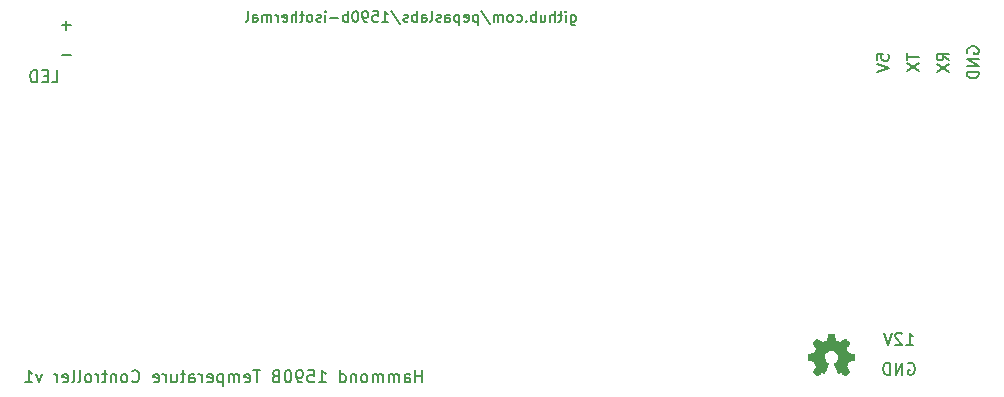
<source format=gbo>
G04 (created by PCBNEW (22-Jun-2014 BZR 4027)-stable) date Sun 11 Feb 2018 07:20:56 AM CST*
%MOIN*%
G04 Gerber Fmt 3.4, Leading zero omitted, Abs format*
%FSLAX34Y34*%
G01*
G70*
G90*
G04 APERTURE LIST*
%ADD10C,0.00590551*%
%ADD11C,0.008*%
%ADD12C,0.007*%
%ADD13C,0.0001*%
G04 APERTURE END LIST*
G54D10*
G54D11*
X59109Y-76411D02*
X59109Y-76011D01*
X59109Y-76202D02*
X58880Y-76202D01*
X58880Y-76411D02*
X58880Y-76011D01*
X58519Y-76411D02*
X58519Y-76202D01*
X58538Y-76164D01*
X58576Y-76145D01*
X58652Y-76145D01*
X58690Y-76164D01*
X58519Y-76392D02*
X58557Y-76411D01*
X58652Y-76411D01*
X58690Y-76392D01*
X58709Y-76354D01*
X58709Y-76316D01*
X58690Y-76278D01*
X58652Y-76259D01*
X58557Y-76259D01*
X58519Y-76240D01*
X58328Y-76411D02*
X58328Y-76145D01*
X58328Y-76183D02*
X58309Y-76164D01*
X58271Y-76145D01*
X58214Y-76145D01*
X58176Y-76164D01*
X58157Y-76202D01*
X58157Y-76411D01*
X58157Y-76202D02*
X58138Y-76164D01*
X58099Y-76145D01*
X58042Y-76145D01*
X58004Y-76164D01*
X57985Y-76202D01*
X57985Y-76411D01*
X57795Y-76411D02*
X57795Y-76145D01*
X57795Y-76183D02*
X57776Y-76164D01*
X57738Y-76145D01*
X57680Y-76145D01*
X57642Y-76164D01*
X57623Y-76202D01*
X57623Y-76411D01*
X57623Y-76202D02*
X57604Y-76164D01*
X57566Y-76145D01*
X57509Y-76145D01*
X57471Y-76164D01*
X57452Y-76202D01*
X57452Y-76411D01*
X57204Y-76411D02*
X57242Y-76392D01*
X57261Y-76373D01*
X57280Y-76335D01*
X57280Y-76221D01*
X57261Y-76183D01*
X57242Y-76164D01*
X57204Y-76145D01*
X57147Y-76145D01*
X57109Y-76164D01*
X57090Y-76183D01*
X57071Y-76221D01*
X57071Y-76335D01*
X57090Y-76373D01*
X57109Y-76392D01*
X57147Y-76411D01*
X57204Y-76411D01*
X56899Y-76145D02*
X56899Y-76411D01*
X56899Y-76183D02*
X56880Y-76164D01*
X56842Y-76145D01*
X56785Y-76145D01*
X56747Y-76164D01*
X56728Y-76202D01*
X56728Y-76411D01*
X56366Y-76411D02*
X56366Y-76011D01*
X56366Y-76392D02*
X56404Y-76411D01*
X56480Y-76411D01*
X56519Y-76392D01*
X56538Y-76373D01*
X56557Y-76335D01*
X56557Y-76221D01*
X56538Y-76183D01*
X56519Y-76164D01*
X56480Y-76145D01*
X56404Y-76145D01*
X56366Y-76164D01*
X55661Y-76411D02*
X55890Y-76411D01*
X55776Y-76411D02*
X55776Y-76011D01*
X55814Y-76069D01*
X55852Y-76107D01*
X55890Y-76126D01*
X55299Y-76011D02*
X55490Y-76011D01*
X55509Y-76202D01*
X55490Y-76183D01*
X55452Y-76164D01*
X55357Y-76164D01*
X55319Y-76183D01*
X55299Y-76202D01*
X55280Y-76240D01*
X55280Y-76335D01*
X55299Y-76373D01*
X55319Y-76392D01*
X55357Y-76411D01*
X55452Y-76411D01*
X55490Y-76392D01*
X55509Y-76373D01*
X55090Y-76411D02*
X55014Y-76411D01*
X54976Y-76392D01*
X54957Y-76373D01*
X54919Y-76316D01*
X54899Y-76240D01*
X54899Y-76088D01*
X54919Y-76050D01*
X54938Y-76030D01*
X54976Y-76011D01*
X55052Y-76011D01*
X55090Y-76030D01*
X55109Y-76050D01*
X55128Y-76088D01*
X55128Y-76183D01*
X55109Y-76221D01*
X55090Y-76240D01*
X55052Y-76259D01*
X54976Y-76259D01*
X54938Y-76240D01*
X54919Y-76221D01*
X54899Y-76183D01*
X54652Y-76011D02*
X54614Y-76011D01*
X54576Y-76030D01*
X54557Y-76050D01*
X54538Y-76088D01*
X54519Y-76164D01*
X54519Y-76259D01*
X54538Y-76335D01*
X54557Y-76373D01*
X54576Y-76392D01*
X54614Y-76411D01*
X54652Y-76411D01*
X54690Y-76392D01*
X54709Y-76373D01*
X54728Y-76335D01*
X54747Y-76259D01*
X54747Y-76164D01*
X54728Y-76088D01*
X54709Y-76050D01*
X54690Y-76030D01*
X54652Y-76011D01*
X54214Y-76202D02*
X54157Y-76221D01*
X54138Y-76240D01*
X54119Y-76278D01*
X54119Y-76335D01*
X54138Y-76373D01*
X54157Y-76392D01*
X54195Y-76411D01*
X54347Y-76411D01*
X54347Y-76011D01*
X54214Y-76011D01*
X54176Y-76030D01*
X54157Y-76050D01*
X54138Y-76088D01*
X54138Y-76126D01*
X54157Y-76164D01*
X54176Y-76183D01*
X54214Y-76202D01*
X54347Y-76202D01*
X53699Y-76011D02*
X53471Y-76011D01*
X53585Y-76411D02*
X53585Y-76011D01*
X53185Y-76392D02*
X53223Y-76411D01*
X53299Y-76411D01*
X53338Y-76392D01*
X53357Y-76354D01*
X53357Y-76202D01*
X53338Y-76164D01*
X53299Y-76145D01*
X53223Y-76145D01*
X53185Y-76164D01*
X53166Y-76202D01*
X53166Y-76240D01*
X53357Y-76278D01*
X52995Y-76411D02*
X52995Y-76145D01*
X52995Y-76183D02*
X52976Y-76164D01*
X52938Y-76145D01*
X52880Y-76145D01*
X52842Y-76164D01*
X52823Y-76202D01*
X52823Y-76411D01*
X52823Y-76202D02*
X52804Y-76164D01*
X52766Y-76145D01*
X52709Y-76145D01*
X52671Y-76164D01*
X52652Y-76202D01*
X52652Y-76411D01*
X52461Y-76145D02*
X52461Y-76545D01*
X52461Y-76164D02*
X52423Y-76145D01*
X52347Y-76145D01*
X52309Y-76164D01*
X52290Y-76183D01*
X52271Y-76221D01*
X52271Y-76335D01*
X52290Y-76373D01*
X52309Y-76392D01*
X52347Y-76411D01*
X52423Y-76411D01*
X52461Y-76392D01*
X51947Y-76392D02*
X51985Y-76411D01*
X52061Y-76411D01*
X52099Y-76392D01*
X52119Y-76354D01*
X52119Y-76202D01*
X52099Y-76164D01*
X52061Y-76145D01*
X51985Y-76145D01*
X51947Y-76164D01*
X51928Y-76202D01*
X51928Y-76240D01*
X52119Y-76278D01*
X51757Y-76411D02*
X51757Y-76145D01*
X51757Y-76221D02*
X51738Y-76183D01*
X51719Y-76164D01*
X51680Y-76145D01*
X51642Y-76145D01*
X51338Y-76411D02*
X51338Y-76202D01*
X51357Y-76164D01*
X51395Y-76145D01*
X51471Y-76145D01*
X51509Y-76164D01*
X51338Y-76392D02*
X51376Y-76411D01*
X51471Y-76411D01*
X51509Y-76392D01*
X51528Y-76354D01*
X51528Y-76316D01*
X51509Y-76278D01*
X51471Y-76259D01*
X51376Y-76259D01*
X51338Y-76240D01*
X51204Y-76145D02*
X51052Y-76145D01*
X51147Y-76011D02*
X51147Y-76354D01*
X51128Y-76392D01*
X51090Y-76411D01*
X51052Y-76411D01*
X50747Y-76145D02*
X50747Y-76411D01*
X50919Y-76145D02*
X50919Y-76354D01*
X50899Y-76392D01*
X50861Y-76411D01*
X50804Y-76411D01*
X50766Y-76392D01*
X50747Y-76373D01*
X50557Y-76411D02*
X50557Y-76145D01*
X50557Y-76221D02*
X50538Y-76183D01*
X50519Y-76164D01*
X50480Y-76145D01*
X50442Y-76145D01*
X50157Y-76392D02*
X50195Y-76411D01*
X50271Y-76411D01*
X50309Y-76392D01*
X50328Y-76354D01*
X50328Y-76202D01*
X50309Y-76164D01*
X50271Y-76145D01*
X50195Y-76145D01*
X50157Y-76164D01*
X50138Y-76202D01*
X50138Y-76240D01*
X50328Y-76278D01*
X49433Y-76373D02*
X49452Y-76392D01*
X49509Y-76411D01*
X49547Y-76411D01*
X49604Y-76392D01*
X49642Y-76354D01*
X49661Y-76316D01*
X49680Y-76240D01*
X49680Y-76183D01*
X49661Y-76107D01*
X49642Y-76069D01*
X49604Y-76030D01*
X49547Y-76011D01*
X49509Y-76011D01*
X49452Y-76030D01*
X49433Y-76050D01*
X49204Y-76411D02*
X49242Y-76392D01*
X49261Y-76373D01*
X49280Y-76335D01*
X49280Y-76221D01*
X49261Y-76183D01*
X49242Y-76164D01*
X49204Y-76145D01*
X49147Y-76145D01*
X49109Y-76164D01*
X49090Y-76183D01*
X49071Y-76221D01*
X49071Y-76335D01*
X49090Y-76373D01*
X49109Y-76392D01*
X49147Y-76411D01*
X49204Y-76411D01*
X48899Y-76145D02*
X48899Y-76411D01*
X48899Y-76183D02*
X48880Y-76164D01*
X48842Y-76145D01*
X48785Y-76145D01*
X48747Y-76164D01*
X48728Y-76202D01*
X48728Y-76411D01*
X48595Y-76145D02*
X48442Y-76145D01*
X48538Y-76011D02*
X48538Y-76354D01*
X48519Y-76392D01*
X48480Y-76411D01*
X48442Y-76411D01*
X48309Y-76411D02*
X48309Y-76145D01*
X48309Y-76221D02*
X48290Y-76183D01*
X48271Y-76164D01*
X48233Y-76145D01*
X48195Y-76145D01*
X48004Y-76411D02*
X48042Y-76392D01*
X48061Y-76373D01*
X48080Y-76335D01*
X48080Y-76221D01*
X48061Y-76183D01*
X48042Y-76164D01*
X48004Y-76145D01*
X47947Y-76145D01*
X47909Y-76164D01*
X47890Y-76183D01*
X47871Y-76221D01*
X47871Y-76335D01*
X47890Y-76373D01*
X47909Y-76392D01*
X47947Y-76411D01*
X48004Y-76411D01*
X47642Y-76411D02*
X47680Y-76392D01*
X47700Y-76354D01*
X47700Y-76011D01*
X47433Y-76411D02*
X47471Y-76392D01*
X47490Y-76354D01*
X47490Y-76011D01*
X47128Y-76392D02*
X47166Y-76411D01*
X47242Y-76411D01*
X47280Y-76392D01*
X47300Y-76354D01*
X47300Y-76202D01*
X47280Y-76164D01*
X47242Y-76145D01*
X47166Y-76145D01*
X47128Y-76164D01*
X47109Y-76202D01*
X47109Y-76240D01*
X47300Y-76278D01*
X46938Y-76411D02*
X46938Y-76145D01*
X46938Y-76221D02*
X46919Y-76183D01*
X46900Y-76164D01*
X46861Y-76145D01*
X46823Y-76145D01*
X46423Y-76145D02*
X46328Y-76411D01*
X46233Y-76145D01*
X45871Y-76411D02*
X46100Y-76411D01*
X45985Y-76411D02*
X45985Y-76011D01*
X46023Y-76069D01*
X46061Y-76107D01*
X46100Y-76126D01*
G54D12*
X64066Y-64158D02*
X64066Y-64441D01*
X64083Y-64475D01*
X64099Y-64491D01*
X64133Y-64508D01*
X64183Y-64508D01*
X64216Y-64491D01*
X64066Y-64375D02*
X64099Y-64391D01*
X64166Y-64391D01*
X64199Y-64375D01*
X64216Y-64358D01*
X64233Y-64325D01*
X64233Y-64225D01*
X64216Y-64191D01*
X64199Y-64175D01*
X64166Y-64158D01*
X64099Y-64158D01*
X64066Y-64175D01*
X63899Y-64391D02*
X63899Y-64158D01*
X63899Y-64041D02*
X63916Y-64058D01*
X63899Y-64075D01*
X63883Y-64058D01*
X63899Y-64041D01*
X63899Y-64075D01*
X63783Y-64158D02*
X63649Y-64158D01*
X63733Y-64041D02*
X63733Y-64341D01*
X63716Y-64375D01*
X63683Y-64391D01*
X63649Y-64391D01*
X63533Y-64391D02*
X63533Y-64041D01*
X63383Y-64391D02*
X63383Y-64208D01*
X63399Y-64175D01*
X63433Y-64158D01*
X63483Y-64158D01*
X63516Y-64175D01*
X63533Y-64191D01*
X63066Y-64158D02*
X63066Y-64391D01*
X63216Y-64158D02*
X63216Y-64341D01*
X63199Y-64375D01*
X63166Y-64391D01*
X63116Y-64391D01*
X63083Y-64375D01*
X63066Y-64358D01*
X62899Y-64391D02*
X62899Y-64041D01*
X62899Y-64175D02*
X62866Y-64158D01*
X62799Y-64158D01*
X62766Y-64175D01*
X62749Y-64191D01*
X62733Y-64225D01*
X62733Y-64325D01*
X62749Y-64358D01*
X62766Y-64375D01*
X62799Y-64391D01*
X62866Y-64391D01*
X62899Y-64375D01*
X62583Y-64358D02*
X62566Y-64375D01*
X62583Y-64391D01*
X62600Y-64375D01*
X62583Y-64358D01*
X62583Y-64391D01*
X62266Y-64375D02*
X62300Y-64391D01*
X62366Y-64391D01*
X62400Y-64375D01*
X62416Y-64358D01*
X62433Y-64325D01*
X62433Y-64225D01*
X62416Y-64191D01*
X62400Y-64175D01*
X62366Y-64158D01*
X62300Y-64158D01*
X62266Y-64175D01*
X62066Y-64391D02*
X62100Y-64375D01*
X62116Y-64358D01*
X62133Y-64325D01*
X62133Y-64225D01*
X62116Y-64191D01*
X62100Y-64175D01*
X62066Y-64158D01*
X62016Y-64158D01*
X61983Y-64175D01*
X61966Y-64191D01*
X61950Y-64225D01*
X61950Y-64325D01*
X61966Y-64358D01*
X61983Y-64375D01*
X62016Y-64391D01*
X62066Y-64391D01*
X61800Y-64391D02*
X61800Y-64158D01*
X61800Y-64191D02*
X61783Y-64175D01*
X61750Y-64158D01*
X61700Y-64158D01*
X61666Y-64175D01*
X61650Y-64208D01*
X61650Y-64391D01*
X61650Y-64208D02*
X61633Y-64175D01*
X61600Y-64158D01*
X61550Y-64158D01*
X61516Y-64175D01*
X61500Y-64208D01*
X61500Y-64391D01*
X61083Y-64025D02*
X61383Y-64475D01*
X60966Y-64158D02*
X60966Y-64508D01*
X60966Y-64175D02*
X60933Y-64158D01*
X60866Y-64158D01*
X60833Y-64175D01*
X60816Y-64191D01*
X60800Y-64225D01*
X60800Y-64325D01*
X60816Y-64358D01*
X60833Y-64375D01*
X60866Y-64391D01*
X60933Y-64391D01*
X60966Y-64375D01*
X60516Y-64375D02*
X60550Y-64391D01*
X60616Y-64391D01*
X60650Y-64375D01*
X60666Y-64341D01*
X60666Y-64208D01*
X60650Y-64175D01*
X60616Y-64158D01*
X60550Y-64158D01*
X60516Y-64175D01*
X60500Y-64208D01*
X60500Y-64241D01*
X60666Y-64275D01*
X60350Y-64158D02*
X60350Y-64508D01*
X60350Y-64175D02*
X60316Y-64158D01*
X60250Y-64158D01*
X60216Y-64175D01*
X60200Y-64191D01*
X60183Y-64225D01*
X60183Y-64325D01*
X60200Y-64358D01*
X60216Y-64375D01*
X60250Y-64391D01*
X60316Y-64391D01*
X60350Y-64375D01*
X59883Y-64391D02*
X59883Y-64208D01*
X59900Y-64175D01*
X59933Y-64158D01*
X60000Y-64158D01*
X60033Y-64175D01*
X59883Y-64375D02*
X59916Y-64391D01*
X60000Y-64391D01*
X60033Y-64375D01*
X60050Y-64341D01*
X60050Y-64308D01*
X60033Y-64275D01*
X60000Y-64258D01*
X59916Y-64258D01*
X59883Y-64241D01*
X59733Y-64375D02*
X59700Y-64391D01*
X59633Y-64391D01*
X59600Y-64375D01*
X59583Y-64341D01*
X59583Y-64325D01*
X59600Y-64291D01*
X59633Y-64275D01*
X59683Y-64275D01*
X59716Y-64258D01*
X59733Y-64225D01*
X59733Y-64208D01*
X59716Y-64175D01*
X59683Y-64158D01*
X59633Y-64158D01*
X59600Y-64175D01*
X59383Y-64391D02*
X59416Y-64375D01*
X59433Y-64341D01*
X59433Y-64041D01*
X59100Y-64391D02*
X59100Y-64208D01*
X59116Y-64175D01*
X59150Y-64158D01*
X59216Y-64158D01*
X59250Y-64175D01*
X59100Y-64375D02*
X59133Y-64391D01*
X59216Y-64391D01*
X59250Y-64375D01*
X59266Y-64341D01*
X59266Y-64308D01*
X59250Y-64275D01*
X59216Y-64258D01*
X59133Y-64258D01*
X59100Y-64241D01*
X58933Y-64391D02*
X58933Y-64041D01*
X58933Y-64175D02*
X58900Y-64158D01*
X58833Y-64158D01*
X58800Y-64175D01*
X58783Y-64191D01*
X58766Y-64225D01*
X58766Y-64325D01*
X58783Y-64358D01*
X58800Y-64375D01*
X58833Y-64391D01*
X58900Y-64391D01*
X58933Y-64375D01*
X58633Y-64375D02*
X58600Y-64391D01*
X58533Y-64391D01*
X58500Y-64375D01*
X58483Y-64341D01*
X58483Y-64325D01*
X58500Y-64291D01*
X58533Y-64275D01*
X58583Y-64275D01*
X58616Y-64258D01*
X58633Y-64225D01*
X58633Y-64208D01*
X58616Y-64175D01*
X58583Y-64158D01*
X58533Y-64158D01*
X58500Y-64175D01*
X58083Y-64025D02*
X58383Y-64475D01*
X57783Y-64391D02*
X57983Y-64391D01*
X57883Y-64391D02*
X57883Y-64041D01*
X57916Y-64091D01*
X57950Y-64125D01*
X57983Y-64141D01*
X57466Y-64041D02*
X57633Y-64041D01*
X57650Y-64208D01*
X57633Y-64191D01*
X57600Y-64175D01*
X57516Y-64175D01*
X57483Y-64191D01*
X57466Y-64208D01*
X57450Y-64241D01*
X57450Y-64325D01*
X57466Y-64358D01*
X57483Y-64375D01*
X57516Y-64391D01*
X57600Y-64391D01*
X57633Y-64375D01*
X57650Y-64358D01*
X57283Y-64391D02*
X57216Y-64391D01*
X57183Y-64375D01*
X57166Y-64358D01*
X57133Y-64308D01*
X57116Y-64241D01*
X57116Y-64108D01*
X57133Y-64075D01*
X57150Y-64058D01*
X57183Y-64041D01*
X57250Y-64041D01*
X57283Y-64058D01*
X57300Y-64075D01*
X57316Y-64108D01*
X57316Y-64191D01*
X57300Y-64225D01*
X57283Y-64241D01*
X57250Y-64258D01*
X57183Y-64258D01*
X57150Y-64241D01*
X57133Y-64225D01*
X57116Y-64191D01*
X56900Y-64041D02*
X56866Y-64041D01*
X56833Y-64058D01*
X56816Y-64075D01*
X56800Y-64108D01*
X56783Y-64175D01*
X56783Y-64258D01*
X56800Y-64325D01*
X56816Y-64358D01*
X56833Y-64375D01*
X56866Y-64391D01*
X56900Y-64391D01*
X56933Y-64375D01*
X56950Y-64358D01*
X56966Y-64325D01*
X56983Y-64258D01*
X56983Y-64175D01*
X56966Y-64108D01*
X56950Y-64075D01*
X56933Y-64058D01*
X56900Y-64041D01*
X56633Y-64391D02*
X56633Y-64041D01*
X56633Y-64175D02*
X56600Y-64158D01*
X56533Y-64158D01*
X56500Y-64175D01*
X56483Y-64191D01*
X56466Y-64225D01*
X56466Y-64325D01*
X56483Y-64358D01*
X56500Y-64375D01*
X56533Y-64391D01*
X56600Y-64391D01*
X56633Y-64375D01*
X56316Y-64258D02*
X56050Y-64258D01*
X55883Y-64391D02*
X55883Y-64158D01*
X55883Y-64041D02*
X55900Y-64058D01*
X55883Y-64075D01*
X55866Y-64058D01*
X55883Y-64041D01*
X55883Y-64075D01*
X55733Y-64375D02*
X55700Y-64391D01*
X55633Y-64391D01*
X55600Y-64375D01*
X55583Y-64341D01*
X55583Y-64325D01*
X55600Y-64291D01*
X55633Y-64275D01*
X55683Y-64275D01*
X55716Y-64258D01*
X55733Y-64225D01*
X55733Y-64208D01*
X55716Y-64175D01*
X55683Y-64158D01*
X55633Y-64158D01*
X55600Y-64175D01*
X55383Y-64391D02*
X55416Y-64375D01*
X55433Y-64358D01*
X55450Y-64325D01*
X55450Y-64225D01*
X55433Y-64191D01*
X55416Y-64175D01*
X55383Y-64158D01*
X55333Y-64158D01*
X55300Y-64175D01*
X55283Y-64191D01*
X55266Y-64225D01*
X55266Y-64325D01*
X55283Y-64358D01*
X55300Y-64375D01*
X55333Y-64391D01*
X55383Y-64391D01*
X55166Y-64158D02*
X55033Y-64158D01*
X55116Y-64041D02*
X55116Y-64341D01*
X55100Y-64375D01*
X55066Y-64391D01*
X55033Y-64391D01*
X54916Y-64391D02*
X54916Y-64041D01*
X54766Y-64391D02*
X54766Y-64208D01*
X54783Y-64175D01*
X54816Y-64158D01*
X54866Y-64158D01*
X54900Y-64175D01*
X54916Y-64191D01*
X54466Y-64375D02*
X54500Y-64391D01*
X54566Y-64391D01*
X54600Y-64375D01*
X54616Y-64341D01*
X54616Y-64208D01*
X54600Y-64175D01*
X54566Y-64158D01*
X54500Y-64158D01*
X54466Y-64175D01*
X54450Y-64208D01*
X54450Y-64241D01*
X54616Y-64275D01*
X54300Y-64391D02*
X54300Y-64158D01*
X54300Y-64225D02*
X54283Y-64191D01*
X54266Y-64175D01*
X54233Y-64158D01*
X54200Y-64158D01*
X54083Y-64391D02*
X54083Y-64158D01*
X54083Y-64191D02*
X54066Y-64175D01*
X54033Y-64158D01*
X53983Y-64158D01*
X53950Y-64175D01*
X53933Y-64208D01*
X53933Y-64391D01*
X53933Y-64208D02*
X53916Y-64175D01*
X53883Y-64158D01*
X53833Y-64158D01*
X53800Y-64175D01*
X53783Y-64208D01*
X53783Y-64391D01*
X53466Y-64391D02*
X53466Y-64208D01*
X53483Y-64175D01*
X53516Y-64158D01*
X53583Y-64158D01*
X53616Y-64175D01*
X53466Y-64375D02*
X53500Y-64391D01*
X53583Y-64391D01*
X53616Y-64375D01*
X53633Y-64341D01*
X53633Y-64308D01*
X53616Y-64275D01*
X53583Y-64258D01*
X53500Y-64258D01*
X53466Y-64241D01*
X53250Y-64391D02*
X53283Y-64375D01*
X53300Y-64341D01*
X53300Y-64041D01*
G54D11*
X75247Y-75161D02*
X75476Y-75161D01*
X75361Y-75161D02*
X75361Y-74761D01*
X75399Y-74819D01*
X75438Y-74857D01*
X75476Y-74876D01*
X75095Y-74800D02*
X75076Y-74780D01*
X75038Y-74761D01*
X74942Y-74761D01*
X74904Y-74780D01*
X74885Y-74800D01*
X74866Y-74838D01*
X74866Y-74876D01*
X74885Y-74933D01*
X75114Y-75161D01*
X74866Y-75161D01*
X74752Y-74761D02*
X74619Y-75161D01*
X74485Y-74761D01*
X75304Y-75780D02*
X75342Y-75761D01*
X75400Y-75761D01*
X75457Y-75780D01*
X75495Y-75819D01*
X75514Y-75857D01*
X75533Y-75933D01*
X75533Y-75990D01*
X75514Y-76066D01*
X75495Y-76104D01*
X75457Y-76142D01*
X75400Y-76161D01*
X75361Y-76161D01*
X75304Y-76142D01*
X75285Y-76123D01*
X75285Y-75990D01*
X75361Y-75990D01*
X75114Y-76161D02*
X75114Y-75761D01*
X74885Y-76161D01*
X74885Y-75761D01*
X74695Y-76161D02*
X74695Y-75761D01*
X74599Y-75761D01*
X74542Y-75780D01*
X74504Y-75819D01*
X74485Y-75857D01*
X74466Y-75933D01*
X74466Y-75990D01*
X74485Y-76066D01*
X74504Y-76104D01*
X74542Y-76142D01*
X74599Y-76161D01*
X74695Y-76161D01*
X74261Y-65673D02*
X74261Y-65483D01*
X74452Y-65464D01*
X74433Y-65483D01*
X74414Y-65521D01*
X74414Y-65616D01*
X74433Y-65654D01*
X74452Y-65673D01*
X74490Y-65692D01*
X74585Y-65692D01*
X74623Y-65673D01*
X74642Y-65654D01*
X74661Y-65616D01*
X74661Y-65521D01*
X74642Y-65483D01*
X74623Y-65464D01*
X74261Y-65807D02*
X74661Y-65940D01*
X74261Y-66073D01*
X75261Y-65445D02*
X75261Y-65673D01*
X75661Y-65559D02*
X75261Y-65559D01*
X75261Y-65769D02*
X75661Y-66035D01*
X75261Y-66035D02*
X75661Y-65769D01*
X76661Y-65683D02*
X76471Y-65550D01*
X76661Y-65454D02*
X76261Y-65454D01*
X76261Y-65607D01*
X76280Y-65645D01*
X76300Y-65664D01*
X76338Y-65683D01*
X76395Y-65683D01*
X76433Y-65664D01*
X76452Y-65645D01*
X76471Y-65607D01*
X76471Y-65454D01*
X76261Y-65816D02*
X76661Y-66083D01*
X76261Y-66083D02*
X76661Y-65816D01*
X77280Y-65445D02*
X77261Y-65407D01*
X77261Y-65350D01*
X77280Y-65292D01*
X77319Y-65254D01*
X77357Y-65235D01*
X77433Y-65216D01*
X77490Y-65216D01*
X77566Y-65235D01*
X77604Y-65254D01*
X77642Y-65292D01*
X77661Y-65350D01*
X77661Y-65388D01*
X77642Y-65445D01*
X77623Y-65464D01*
X77490Y-65464D01*
X77490Y-65388D01*
X77661Y-65635D02*
X77261Y-65635D01*
X77661Y-65864D01*
X77261Y-65864D01*
X77661Y-66054D02*
X77261Y-66054D01*
X77261Y-66150D01*
X77280Y-66207D01*
X77319Y-66245D01*
X77357Y-66264D01*
X77433Y-66283D01*
X77490Y-66283D01*
X77566Y-66264D01*
X77604Y-66245D01*
X77642Y-66207D01*
X77661Y-66150D01*
X77661Y-66054D01*
X46757Y-66411D02*
X46947Y-66411D01*
X46947Y-66011D01*
X46623Y-66202D02*
X46490Y-66202D01*
X46433Y-66411D02*
X46623Y-66411D01*
X46623Y-66011D01*
X46433Y-66011D01*
X46261Y-66411D02*
X46261Y-66011D01*
X46166Y-66011D01*
X46109Y-66030D01*
X46071Y-66069D01*
X46052Y-66107D01*
X46033Y-66183D01*
X46033Y-66240D01*
X46052Y-66316D01*
X46071Y-66354D01*
X46109Y-66392D01*
X46166Y-66411D01*
X46261Y-66411D01*
X47402Y-65509D02*
X47097Y-65509D01*
X47402Y-64509D02*
X47097Y-64509D01*
X47250Y-64661D02*
X47250Y-64357D01*
G54D13*
G36*
X73227Y-76207D02*
X73219Y-76203D01*
X73200Y-76191D01*
X73174Y-76174D01*
X73143Y-76153D01*
X73112Y-76132D01*
X73086Y-76115D01*
X73068Y-76103D01*
X73061Y-76099D01*
X73057Y-76100D01*
X73042Y-76108D01*
X73020Y-76119D01*
X73008Y-76125D01*
X72988Y-76134D01*
X72978Y-76136D01*
X72977Y-76133D01*
X72969Y-76118D01*
X72958Y-76092D01*
X72943Y-76058D01*
X72926Y-76018D01*
X72908Y-75975D01*
X72890Y-75931D01*
X72872Y-75889D01*
X72857Y-75851D01*
X72844Y-75821D01*
X72836Y-75799D01*
X72833Y-75790D01*
X72834Y-75788D01*
X72844Y-75779D01*
X72861Y-75766D01*
X72899Y-75735D01*
X72935Y-75689D01*
X72958Y-75637D01*
X72965Y-75579D01*
X72959Y-75526D01*
X72938Y-75475D01*
X72902Y-75428D01*
X72858Y-75394D01*
X72807Y-75372D01*
X72750Y-75365D01*
X72695Y-75371D01*
X72643Y-75392D01*
X72596Y-75427D01*
X72577Y-75450D01*
X72550Y-75497D01*
X72534Y-75547D01*
X72533Y-75559D01*
X72535Y-75615D01*
X72551Y-75668D01*
X72580Y-75715D01*
X72621Y-75754D01*
X72626Y-75758D01*
X72645Y-75772D01*
X72657Y-75781D01*
X72667Y-75789D01*
X72597Y-75959D01*
X72586Y-75986D01*
X72566Y-76032D01*
X72549Y-76072D01*
X72536Y-76104D01*
X72526Y-76125D01*
X72522Y-76134D01*
X72522Y-76134D01*
X72516Y-76135D01*
X72503Y-76130D01*
X72479Y-76119D01*
X72463Y-76111D01*
X72445Y-76102D01*
X72437Y-76099D01*
X72430Y-76103D01*
X72413Y-76114D01*
X72388Y-76131D01*
X72358Y-76151D01*
X72329Y-76171D01*
X72302Y-76189D01*
X72283Y-76201D01*
X72273Y-76206D01*
X72272Y-76206D01*
X72264Y-76201D01*
X72248Y-76189D01*
X72225Y-76167D01*
X72193Y-76135D01*
X72188Y-76130D01*
X72161Y-76102D01*
X72139Y-76079D01*
X72124Y-76063D01*
X72119Y-76056D01*
X72119Y-76056D01*
X72124Y-76046D01*
X72136Y-76027D01*
X72154Y-76000D01*
X72175Y-75969D01*
X72231Y-75887D01*
X72200Y-75810D01*
X72191Y-75787D01*
X72179Y-75758D01*
X72170Y-75738D01*
X72165Y-75729D01*
X72157Y-75726D01*
X72136Y-75721D01*
X72105Y-75714D01*
X72069Y-75708D01*
X72034Y-75701D01*
X72003Y-75695D01*
X71980Y-75691D01*
X71970Y-75689D01*
X71968Y-75687D01*
X71966Y-75682D01*
X71964Y-75672D01*
X71964Y-75653D01*
X71963Y-75623D01*
X71963Y-75579D01*
X71963Y-75575D01*
X71964Y-75533D01*
X71964Y-75500D01*
X71965Y-75479D01*
X71967Y-75471D01*
X71967Y-75471D01*
X71977Y-75468D01*
X71999Y-75464D01*
X72030Y-75457D01*
X72068Y-75450D01*
X72070Y-75450D01*
X72107Y-75443D01*
X72138Y-75436D01*
X72160Y-75431D01*
X72169Y-75428D01*
X72171Y-75426D01*
X72179Y-75411D01*
X72190Y-75388D01*
X72202Y-75360D01*
X72214Y-75331D01*
X72225Y-75304D01*
X72232Y-75285D01*
X72234Y-75276D01*
X72234Y-75276D01*
X72228Y-75267D01*
X72215Y-75247D01*
X72197Y-75221D01*
X72175Y-75189D01*
X72174Y-75186D01*
X72152Y-75155D01*
X72135Y-75128D01*
X72123Y-75109D01*
X72119Y-75101D01*
X72119Y-75100D01*
X72126Y-75091D01*
X72142Y-75073D01*
X72165Y-75049D01*
X72193Y-75021D01*
X72202Y-75013D01*
X72232Y-74983D01*
X72253Y-74963D01*
X72267Y-74953D01*
X72273Y-74950D01*
X72273Y-74951D01*
X72283Y-74956D01*
X72303Y-74969D01*
X72330Y-74988D01*
X72362Y-75009D01*
X72364Y-75011D01*
X72395Y-75032D01*
X72421Y-75050D01*
X72440Y-75062D01*
X72448Y-75067D01*
X72450Y-75067D01*
X72462Y-75063D01*
X72485Y-75056D01*
X72512Y-75045D01*
X72541Y-75033D01*
X72568Y-75022D01*
X72588Y-75013D01*
X72597Y-75008D01*
X72597Y-75007D01*
X72601Y-74996D01*
X72606Y-74972D01*
X72613Y-74940D01*
X72620Y-74901D01*
X72621Y-74895D01*
X72628Y-74858D01*
X72634Y-74827D01*
X72639Y-74805D01*
X72641Y-74796D01*
X72646Y-74795D01*
X72665Y-74794D01*
X72693Y-74793D01*
X72727Y-74793D01*
X72762Y-74793D01*
X72796Y-74794D01*
X72826Y-74795D01*
X72847Y-74796D01*
X72856Y-74798D01*
X72857Y-74799D01*
X72860Y-74810D01*
X72865Y-74834D01*
X72872Y-74866D01*
X72879Y-74905D01*
X72880Y-74912D01*
X72887Y-74949D01*
X72894Y-74980D01*
X72898Y-75001D01*
X72901Y-75009D01*
X72904Y-75011D01*
X72919Y-75018D01*
X72944Y-75028D01*
X72976Y-75041D01*
X73048Y-75070D01*
X73136Y-75009D01*
X73144Y-75004D01*
X73176Y-74982D01*
X73202Y-74965D01*
X73220Y-74953D01*
X73228Y-74949D01*
X73228Y-74949D01*
X73237Y-74957D01*
X73255Y-74973D01*
X73279Y-74997D01*
X73306Y-75024D01*
X73327Y-75045D01*
X73351Y-75070D01*
X73367Y-75086D01*
X73375Y-75097D01*
X73378Y-75104D01*
X73377Y-75108D01*
X73372Y-75117D01*
X73359Y-75136D01*
X73341Y-75163D01*
X73319Y-75194D01*
X73301Y-75221D01*
X73282Y-75250D01*
X73270Y-75271D01*
X73265Y-75282D01*
X73266Y-75286D01*
X73273Y-75303D01*
X73283Y-75330D01*
X73296Y-75361D01*
X73327Y-75431D01*
X73373Y-75439D01*
X73401Y-75445D01*
X73440Y-75452D01*
X73477Y-75459D01*
X73535Y-75471D01*
X73537Y-75683D01*
X73528Y-75687D01*
X73519Y-75690D01*
X73498Y-75694D01*
X73467Y-75700D01*
X73431Y-75707D01*
X73400Y-75713D01*
X73369Y-75719D01*
X73347Y-75723D01*
X73337Y-75725D01*
X73334Y-75729D01*
X73326Y-75744D01*
X73315Y-75768D01*
X73303Y-75797D01*
X73291Y-75826D01*
X73280Y-75854D01*
X73272Y-75875D01*
X73269Y-75886D01*
X73273Y-75894D01*
X73285Y-75912D01*
X73302Y-75938D01*
X73323Y-75969D01*
X73345Y-76000D01*
X73362Y-76027D01*
X73375Y-76046D01*
X73380Y-76054D01*
X73377Y-76060D01*
X73365Y-76075D01*
X73342Y-76099D01*
X73307Y-76134D01*
X73301Y-76139D01*
X73274Y-76166D01*
X73250Y-76187D01*
X73234Y-76202D01*
X73227Y-76207D01*
X73227Y-76207D01*
G37*
M02*

</source>
